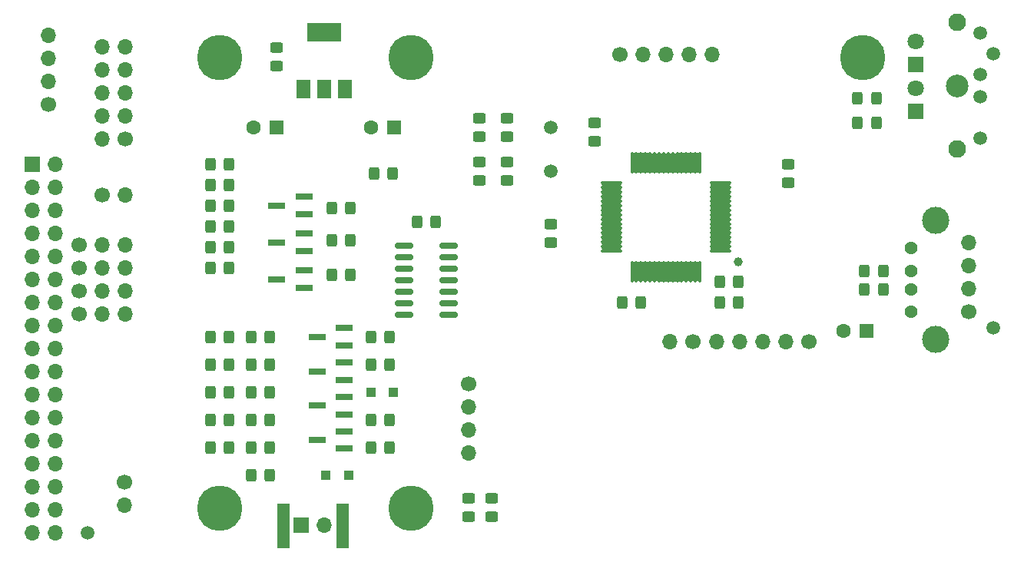
<source format=gbr>
G04 #@! TF.GenerationSoftware,KiCad,Pcbnew,(6.0.9)*
G04 #@! TF.CreationDate,2022-12-15T10:14:16-07:00*
G04 #@! TF.ProjectId,OpenFlops,4f70656e-466c-46f7-9073-2e6b69636164,1*
G04 #@! TF.SameCoordinates,PX6312cb0PY6bcb370*
G04 #@! TF.FileFunction,Soldermask,Top*
G04 #@! TF.FilePolarity,Negative*
%FSLAX46Y46*%
G04 Gerber Fmt 4.6, Leading zero omitted, Abs format (unit mm)*
G04 Created by KiCad (PCBNEW (6.0.9)) date 2022-12-15 10:14:16*
%MOMM*%
%LPD*%
G01*
G04 APERTURE LIST*
G04 Aperture macros list*
%AMRoundRect*
0 Rectangle with rounded corners*
0 $1 Rounding radius*
0 $2 $3 $4 $5 $6 $7 $8 $9 X,Y pos of 4 corners*
0 Add a 4 corners polygon primitive as box body*
4,1,4,$2,$3,$4,$5,$6,$7,$8,$9,$2,$3,0*
0 Add four circle primitives for the rounded corners*
1,1,$1+$1,$2,$3*
1,1,$1+$1,$4,$5*
1,1,$1+$1,$6,$7*
1,1,$1+$1,$8,$9*
0 Add four rect primitives between the rounded corners*
20,1,$1+$1,$2,$3,$4,$5,0*
20,1,$1+$1,$4,$5,$6,$7,0*
20,1,$1+$1,$6,$7,$8,$9,0*
20,1,$1+$1,$8,$9,$2,$3,0*%
G04 Aperture macros list end*
%ADD10C,1.700000*%
%ADD11O,1.700000X1.700000*%
%ADD12RoundRect,0.250000X0.450000X-0.325000X0.450000X0.325000X-0.450000X0.325000X-0.450000X-0.325000X0*%
%ADD13RoundRect,0.250000X-0.450000X0.325000X-0.450000X-0.325000X0.450000X-0.325000X0.450000X0.325000X0*%
%ADD14RoundRect,0.250000X0.325000X0.450000X-0.325000X0.450000X-0.325000X-0.450000X0.325000X-0.450000X0*%
%ADD15C,1.600000*%
%ADD16R,1.600000X1.600000*%
%ADD17C,1.800000*%
%ADD18R,1.800000X1.800000*%
%ADD19R,1.700000X1.700000*%
%ADD20RoundRect,0.250000X-0.325000X-0.450000X0.325000X-0.450000X0.325000X0.450000X-0.325000X0.450000X0*%
%ADD21RoundRect,0.150000X-0.825000X-0.150000X0.825000X-0.150000X0.825000X0.150000X-0.825000X0.150000X0*%
%ADD22R,1.500000X2.000000*%
%ADD23R,3.800000X2.000000*%
%ADD24C,1.500000*%
%ADD25C,3.000000*%
%ADD26C,1.428000*%
%ADD27C,1.508000*%
%ADD28C,1.950000*%
%ADD29C,2.500000*%
%ADD30C,5.000000*%
%ADD31R,1.400000X5.000000*%
%ADD32C,1.400000*%
%ADD33R,1.900000X0.800000*%
%ADD34R,1.000000X1.000000*%
%ADD35RoundRect,0.075000X-0.075000X-1.075000X0.075000X-1.075000X0.075000X1.075000X-0.075000X1.075000X0*%
%ADD36RoundRect,0.075000X-1.075000X-0.075000X1.075000X-0.075000X1.075000X0.075000X-1.075000X0.075000X0*%
%ADD37C,1.000000*%
G04 APERTURE END LIST*
D10*
X4114000Y5555000D03*
D11*
X4114000Y3015000D03*
D12*
X46228000Y45729000D03*
X46228000Y43679000D03*
D13*
X43180000Y38853000D03*
X43180000Y40903000D03*
X46228000Y38853000D03*
X46228000Y40903000D03*
D12*
X55880000Y45221000D03*
X55880000Y43171000D03*
X77216000Y40598000D03*
X77216000Y38548000D03*
D14*
X58954000Y25400000D03*
X61004000Y25400000D03*
D12*
X51054000Y34045000D03*
X51054000Y31995000D03*
D15*
X31282000Y44704000D03*
D16*
X33782000Y44704000D03*
D14*
X31574620Y39624000D03*
X33624620Y39624000D03*
D15*
X18328000Y44704000D03*
D16*
X20828000Y44704000D03*
D14*
X36313000Y34290000D03*
X38363000Y34290000D03*
D12*
X20828000Y53494000D03*
X20828000Y51444000D03*
D17*
X91313000Y54168000D03*
D18*
X91313000Y51628000D03*
D11*
X-3556000Y0D03*
X-6096000Y0D03*
X-3556000Y2540000D03*
X-6096000Y2540000D03*
X-3556000Y5080000D03*
X-6096000Y5080000D03*
X-3556000Y7620000D03*
X-6096000Y7620000D03*
X-3556000Y10160000D03*
X-6096000Y10160000D03*
X-3556000Y12700000D03*
X-6096000Y12700000D03*
X-3556000Y15240000D03*
X-6096000Y15240000D03*
X-3556000Y17780000D03*
X-6096000Y17780000D03*
X-3556000Y20320000D03*
X-6096000Y20320000D03*
X-3556000Y22860000D03*
X-6096000Y22860000D03*
X-3556000Y25400000D03*
X-6096000Y25400000D03*
X-3556000Y27940000D03*
X-6096000Y27940000D03*
X-3556000Y30480000D03*
X-6096000Y30480000D03*
X-3556000Y33020000D03*
X-6096000Y33020000D03*
X-3556000Y35560000D03*
X-6096000Y35560000D03*
X-3556000Y38100000D03*
X-6096000Y38100000D03*
X-3556000Y40640000D03*
D19*
X-6096000Y40640000D03*
D14*
X13580000Y38354000D03*
X15630000Y38354000D03*
X13580000Y36068000D03*
X15630000Y36068000D03*
X13580000Y33782000D03*
X15630000Y33782000D03*
X18025000Y21590000D03*
X20075000Y21590000D03*
X13580000Y21590000D03*
X15630000Y21590000D03*
X18025000Y18542000D03*
X20075000Y18542000D03*
X13580000Y18542000D03*
X15630000Y18542000D03*
X18025000Y15494000D03*
X20075000Y15494000D03*
X13580000Y15494000D03*
X15630000Y15494000D03*
X18025000Y12446000D03*
X20075000Y12446000D03*
X13580000Y12446000D03*
X15630000Y12446000D03*
X13580000Y9398000D03*
X15630000Y9398000D03*
X18025000Y9398000D03*
X20075000Y9398000D03*
X85652500Y28847000D03*
X87702500Y28847000D03*
X85652500Y26847000D03*
X87702500Y26847000D03*
D13*
X43180000Y43679000D03*
X43180000Y45729000D03*
D14*
X84890500Y47879000D03*
X86940500Y47879000D03*
D20*
X28965000Y35814000D03*
X26915000Y35814000D03*
X28965000Y32258000D03*
X26915000Y32258000D03*
X28965000Y28448000D03*
X26915000Y28448000D03*
X33283000Y12446000D03*
X31233000Y12446000D03*
X33283000Y18542000D03*
X31233000Y18542000D03*
X33283000Y21590000D03*
X31233000Y21590000D03*
D21*
X39813000Y31623000D03*
X39813000Y30353000D03*
X39813000Y29083000D03*
X39813000Y27813000D03*
X39813000Y26543000D03*
X39813000Y25273000D03*
X39813000Y24003000D03*
X34863000Y24003000D03*
X34863000Y25273000D03*
X34863000Y26543000D03*
X34863000Y27813000D03*
X34863000Y29083000D03*
X34863000Y30353000D03*
X34863000Y31623000D03*
D22*
X28422620Y48920000D03*
X26122620Y48920000D03*
D23*
X26122620Y55220000D03*
D22*
X23822620Y48920000D03*
D24*
X51054000Y39824000D03*
X51054000Y44704000D03*
D15*
X83352000Y22225000D03*
D16*
X85852000Y22225000D03*
D14*
X13580000Y40640000D03*
X15630000Y40640000D03*
D25*
X93451500Y21277000D03*
X93451500Y34417000D03*
D26*
X90741500Y31347000D03*
X90741500Y28847000D03*
X90741500Y26847000D03*
X90741500Y24347000D03*
D27*
X98385000Y55051000D03*
X98385000Y50501000D03*
D28*
X95885000Y56276000D03*
D29*
X95885000Y49276000D03*
D27*
X98385000Y48051000D03*
X98385000Y43501000D03*
D28*
X95885000Y42276000D03*
X95885000Y49276000D03*
D30*
X14605000Y52387500D03*
X35687000Y52387500D03*
X14605000Y2667000D03*
X35687000Y2667000D03*
X85471000Y52387500D03*
D17*
X91313000Y49022000D03*
D18*
X91313000Y46482000D03*
D14*
X13580000Y29210000D03*
X15630000Y29210000D03*
D20*
X15630000Y31496000D03*
X13580000Y31496000D03*
D12*
X42037000Y3819000D03*
X42037000Y1769000D03*
X44577000Y3810000D03*
X44577000Y1760000D03*
D20*
X33283000Y9398000D03*
X31233000Y9398000D03*
X20075000Y6350000D03*
X18025000Y6350000D03*
D14*
X84890500Y45212000D03*
X86940500Y45212000D03*
D31*
X28090000Y734000D03*
D32*
X28090000Y-1016000D03*
D31*
X21590000Y734000D03*
D32*
X21590000Y-1016000D03*
D33*
X25297000Y10198000D03*
X28297000Y11148000D03*
X28297000Y9248000D03*
D11*
X68834000Y52705000D03*
X66294000Y52705000D03*
X63754000Y52705000D03*
X61214000Y52705000D03*
D10*
X58674000Y52705000D03*
D11*
X42037000Y8763000D03*
X42037000Y11303000D03*
X42037000Y13843000D03*
D10*
X42037000Y16383000D03*
D20*
X71764000Y25400000D03*
X69714000Y25400000D03*
D33*
X20852000Y36068000D03*
X23852000Y37018000D03*
X23852000Y35118000D03*
X20852000Y32004000D03*
X23852000Y32954000D03*
X23852000Y31054000D03*
X20852000Y27940000D03*
X23852000Y28890000D03*
X23852000Y26990000D03*
X25297000Y13995334D03*
X28297000Y14945334D03*
X28297000Y13045334D03*
X25297000Y17792667D03*
X28297000Y18742667D03*
X28297000Y16842667D03*
X25297000Y21590000D03*
X28297000Y22540000D03*
X28297000Y20640000D03*
D34*
X31233000Y15494000D03*
X33733000Y15494000D03*
X28797000Y6350000D03*
X26297000Y6350000D03*
D11*
X97155000Y31967000D03*
X97155000Y29427000D03*
X97155000Y26887000D03*
D10*
X97155000Y24347000D03*
D11*
X4191000Y31750000D03*
X1651000Y31750000D03*
D10*
X-889000Y31750000D03*
D11*
X4191000Y29210000D03*
X1651000Y29210000D03*
D10*
X-889000Y29210000D03*
D11*
X4191000Y26670000D03*
X1651000Y26670000D03*
D10*
X-889000Y26670000D03*
D11*
X4191000Y24130000D03*
X1651000Y24130000D03*
D10*
X-889000Y24130000D03*
D11*
X-4318000Y54864000D03*
X-4318000Y52324000D03*
X-4318000Y49784000D03*
D10*
X-4318000Y47244000D03*
D11*
X1661000Y53594000D03*
X4201000Y53594000D03*
X1661000Y51054000D03*
X4201000Y51054000D03*
X1661000Y48514000D03*
X4201000Y48514000D03*
X1661000Y45974000D03*
X4201000Y45974000D03*
X1661000Y43434000D03*
D10*
X4201000Y43434000D03*
D11*
X4191000Y37211000D03*
D10*
X1651000Y37211000D03*
D11*
X26080000Y859000D03*
D19*
X23540000Y859000D03*
D35*
X60004000Y40798000D03*
X60504000Y40798000D03*
X61004000Y40798000D03*
X61504000Y40798000D03*
X62004000Y40798000D03*
X62504000Y40798000D03*
X63004000Y40798000D03*
X63504000Y40798000D03*
X64004000Y40798000D03*
X64504000Y40798000D03*
X65004000Y40798000D03*
X65504000Y40798000D03*
X66004000Y40798000D03*
X66504000Y40798000D03*
X67004000Y40798000D03*
X67504000Y40798000D03*
D36*
X69754000Y38548000D03*
X69754000Y38048000D03*
X69754000Y37548000D03*
X69754000Y37048000D03*
X69754000Y36548000D03*
X69754000Y36048000D03*
X69754000Y35548000D03*
X69754000Y35048000D03*
X69754000Y34548000D03*
X69754000Y34048000D03*
X69754000Y33548000D03*
X69754000Y33048000D03*
X69754000Y32548000D03*
X69754000Y32048000D03*
X69754000Y31548000D03*
X69754000Y31048000D03*
D35*
X67504000Y28798000D03*
X67004000Y28798000D03*
X66504000Y28798000D03*
X66004000Y28798000D03*
X65504000Y28798000D03*
X65004000Y28798000D03*
X64504000Y28798000D03*
X64004000Y28798000D03*
X63504000Y28798000D03*
X63004000Y28798000D03*
X62504000Y28798000D03*
X62004000Y28798000D03*
X61504000Y28798000D03*
X61004000Y28798000D03*
X60504000Y28798000D03*
X60004000Y28798000D03*
D36*
X57754000Y31048000D03*
X57754000Y31548000D03*
X57754000Y32048000D03*
X57754000Y32548000D03*
X57754000Y33048000D03*
X57754000Y33548000D03*
X57754000Y34048000D03*
X57754000Y34548000D03*
X57754000Y35048000D03*
X57754000Y35548000D03*
X57754000Y36048000D03*
X57754000Y36548000D03*
X57754000Y37048000D03*
X57754000Y37548000D03*
X57754000Y38048000D03*
X57754000Y38548000D03*
D20*
X71764000Y27686000D03*
X69714000Y27686000D03*
D37*
X71755000Y29845000D03*
D24*
X0Y0D03*
X99822000Y52832000D03*
X99822000Y22606000D03*
D10*
X79539000Y21030000D03*
D11*
X76999000Y21030000D03*
X74459000Y21030000D03*
X71919000Y21030000D03*
X69379000Y21030000D03*
X64224000Y21030000D03*
D10*
X66764000Y21030000D03*
G36*
X67360279Y29896431D02*
G01*
X67360447Y29895157D01*
X67356000Y29872801D01*
X67356000Y27723199D01*
X67360447Y27700843D01*
X67359804Y27698949D01*
X67357842Y27698559D01*
X67356822Y27699342D01*
X67356431Y27699927D01*
X67303055Y27744535D01*
X67234340Y27753167D01*
X67171710Y27723203D01*
X67151658Y27700060D01*
X67151178Y27699342D01*
X67149384Y27698457D01*
X67147721Y27699569D01*
X67147553Y27700843D01*
X67152000Y27723199D01*
X67152000Y29872801D01*
X67147553Y29895157D01*
X67148196Y29897051D01*
X67150158Y29897441D01*
X67151178Y29896658D01*
X67151569Y29896073D01*
X67204945Y29851465D01*
X67273660Y29842833D01*
X67336290Y29872797D01*
X67356342Y29895940D01*
X67356822Y29896658D01*
X67358616Y29897543D01*
X67360279Y29896431D01*
G37*
G36*
X65360279Y29896431D02*
G01*
X65360447Y29895157D01*
X65356000Y29872801D01*
X65356000Y27723199D01*
X65360447Y27700843D01*
X65359804Y27698949D01*
X65357842Y27698559D01*
X65356822Y27699342D01*
X65356431Y27699927D01*
X65303055Y27744535D01*
X65234340Y27753167D01*
X65171710Y27723203D01*
X65151658Y27700060D01*
X65151178Y27699342D01*
X65149384Y27698457D01*
X65147721Y27699569D01*
X65147553Y27700843D01*
X65152000Y27723199D01*
X65152000Y29872801D01*
X65147553Y29895157D01*
X65148196Y29897051D01*
X65150158Y29897441D01*
X65151178Y29896658D01*
X65151569Y29896073D01*
X65204945Y29851465D01*
X65273660Y29842833D01*
X65336290Y29872797D01*
X65356342Y29895940D01*
X65356822Y29896658D01*
X65358616Y29897543D01*
X65360279Y29896431D01*
G37*
G36*
X64860279Y29896431D02*
G01*
X64860447Y29895157D01*
X64856000Y29872801D01*
X64856000Y27723199D01*
X64860447Y27700843D01*
X64859804Y27698949D01*
X64857842Y27698559D01*
X64856822Y27699342D01*
X64856431Y27699927D01*
X64803055Y27744535D01*
X64734340Y27753167D01*
X64671710Y27723203D01*
X64651658Y27700060D01*
X64651178Y27699342D01*
X64649384Y27698457D01*
X64647721Y27699569D01*
X64647553Y27700843D01*
X64652000Y27723199D01*
X64652000Y29872801D01*
X64647553Y29895157D01*
X64648196Y29897051D01*
X64650158Y29897441D01*
X64651178Y29896658D01*
X64651569Y29896073D01*
X64704945Y29851465D01*
X64773660Y29842833D01*
X64836290Y29872797D01*
X64856342Y29895940D01*
X64856822Y29896658D01*
X64858616Y29897543D01*
X64860279Y29896431D01*
G37*
G36*
X62860279Y29896431D02*
G01*
X62860447Y29895157D01*
X62856000Y29872801D01*
X62856000Y27723199D01*
X62860447Y27700843D01*
X62859804Y27698949D01*
X62857842Y27698559D01*
X62856822Y27699342D01*
X62856431Y27699927D01*
X62803055Y27744535D01*
X62734340Y27753167D01*
X62671710Y27723203D01*
X62651658Y27700060D01*
X62651178Y27699342D01*
X62649384Y27698457D01*
X62647721Y27699569D01*
X62647553Y27700843D01*
X62652000Y27723199D01*
X62652000Y29872801D01*
X62647553Y29895157D01*
X62648196Y29897051D01*
X62650158Y29897441D01*
X62651178Y29896658D01*
X62651569Y29896073D01*
X62704945Y29851465D01*
X62773660Y29842833D01*
X62836290Y29872797D01*
X62856342Y29895940D01*
X62856822Y29896658D01*
X62858616Y29897543D01*
X62860279Y29896431D01*
G37*
G36*
X61860279Y29896431D02*
G01*
X61860447Y29895157D01*
X61856000Y29872801D01*
X61856000Y27723199D01*
X61860447Y27700843D01*
X61859804Y27698949D01*
X61857842Y27698559D01*
X61856822Y27699342D01*
X61856431Y27699927D01*
X61803055Y27744535D01*
X61734340Y27753167D01*
X61671710Y27723203D01*
X61651658Y27700060D01*
X61651178Y27699342D01*
X61649384Y27698457D01*
X61647721Y27699569D01*
X61647553Y27700843D01*
X61652000Y27723199D01*
X61652000Y29872801D01*
X61647553Y29895157D01*
X61648196Y29897051D01*
X61650158Y29897441D01*
X61651178Y29896658D01*
X61651569Y29896073D01*
X61704945Y29851465D01*
X61773660Y29842833D01*
X61836290Y29872797D01*
X61856342Y29895940D01*
X61856822Y29896658D01*
X61858616Y29897543D01*
X61860279Y29896431D01*
G37*
G36*
X64360279Y29896431D02*
G01*
X64360447Y29895157D01*
X64356000Y29872801D01*
X64356000Y27723199D01*
X64360447Y27700843D01*
X64359804Y27698949D01*
X64357842Y27698559D01*
X64356822Y27699342D01*
X64356431Y27699927D01*
X64303055Y27744535D01*
X64234340Y27753167D01*
X64171710Y27723203D01*
X64151658Y27700060D01*
X64151178Y27699342D01*
X64149384Y27698457D01*
X64147721Y27699569D01*
X64147553Y27700843D01*
X64152000Y27723199D01*
X64152000Y29872801D01*
X64147553Y29895157D01*
X64148196Y29897051D01*
X64150158Y29897441D01*
X64151178Y29896658D01*
X64151569Y29896073D01*
X64204945Y29851465D01*
X64273660Y29842833D01*
X64336290Y29872797D01*
X64356342Y29895940D01*
X64356822Y29896658D01*
X64358616Y29897543D01*
X64360279Y29896431D01*
G37*
G36*
X66360279Y29896431D02*
G01*
X66360447Y29895157D01*
X66356000Y29872801D01*
X66356000Y27723199D01*
X66360447Y27700843D01*
X66359804Y27698949D01*
X66357842Y27698559D01*
X66356822Y27699342D01*
X66356431Y27699927D01*
X66303055Y27744535D01*
X66234340Y27753167D01*
X66171710Y27723203D01*
X66151658Y27700060D01*
X66151178Y27699342D01*
X66149384Y27698457D01*
X66147721Y27699569D01*
X66147553Y27700843D01*
X66152000Y27723199D01*
X66152000Y29872801D01*
X66147553Y29895157D01*
X66148196Y29897051D01*
X66150158Y29897441D01*
X66151178Y29896658D01*
X66151569Y29896073D01*
X66204945Y29851465D01*
X66273660Y29842833D01*
X66336290Y29872797D01*
X66356342Y29895940D01*
X66356822Y29896658D01*
X66358616Y29897543D01*
X66360279Y29896431D01*
G37*
G36*
X62360279Y29896431D02*
G01*
X62360447Y29895157D01*
X62356000Y29872801D01*
X62356000Y27723199D01*
X62360447Y27700843D01*
X62359804Y27698949D01*
X62357842Y27698559D01*
X62356822Y27699342D01*
X62356431Y27699927D01*
X62303055Y27744535D01*
X62234340Y27753167D01*
X62171710Y27723203D01*
X62151658Y27700060D01*
X62151178Y27699342D01*
X62149384Y27698457D01*
X62147721Y27699569D01*
X62147553Y27700843D01*
X62152000Y27723199D01*
X62152000Y29872801D01*
X62147553Y29895157D01*
X62148196Y29897051D01*
X62150158Y29897441D01*
X62151178Y29896658D01*
X62151569Y29896073D01*
X62204945Y29851465D01*
X62273660Y29842833D01*
X62336290Y29872797D01*
X62356342Y29895940D01*
X62356822Y29896658D01*
X62358616Y29897543D01*
X62360279Y29896431D01*
G37*
G36*
X63860279Y29896431D02*
G01*
X63860447Y29895157D01*
X63856000Y29872801D01*
X63856000Y27723199D01*
X63860447Y27700843D01*
X63859804Y27698949D01*
X63857842Y27698559D01*
X63856822Y27699342D01*
X63856431Y27699927D01*
X63803055Y27744535D01*
X63734340Y27753167D01*
X63671710Y27723203D01*
X63651658Y27700060D01*
X63651178Y27699342D01*
X63649384Y27698457D01*
X63647721Y27699569D01*
X63647553Y27700843D01*
X63652000Y27723199D01*
X63652000Y29872801D01*
X63647553Y29895157D01*
X63648196Y29897051D01*
X63650158Y29897441D01*
X63651178Y29896658D01*
X63651569Y29896073D01*
X63704945Y29851465D01*
X63773660Y29842833D01*
X63836290Y29872797D01*
X63856342Y29895940D01*
X63856822Y29896658D01*
X63858616Y29897543D01*
X63860279Y29896431D01*
G37*
G36*
X60360279Y29896431D02*
G01*
X60360447Y29895157D01*
X60356000Y29872801D01*
X60356000Y27723199D01*
X60360447Y27700843D01*
X60359804Y27698949D01*
X60357842Y27698559D01*
X60356822Y27699342D01*
X60356431Y27699927D01*
X60303055Y27744535D01*
X60234340Y27753167D01*
X60171710Y27723203D01*
X60151658Y27700060D01*
X60151178Y27699342D01*
X60149384Y27698457D01*
X60147721Y27699569D01*
X60147553Y27700843D01*
X60152000Y27723199D01*
X60152000Y29872801D01*
X60147553Y29895157D01*
X60148196Y29897051D01*
X60150158Y29897441D01*
X60151178Y29896658D01*
X60151569Y29896073D01*
X60204945Y29851465D01*
X60273660Y29842833D01*
X60336290Y29872797D01*
X60356342Y29895940D01*
X60356822Y29896658D01*
X60358616Y29897543D01*
X60360279Y29896431D01*
G37*
G36*
X65860279Y29896431D02*
G01*
X65860447Y29895157D01*
X65856000Y29872801D01*
X65856000Y27723199D01*
X65860447Y27700843D01*
X65859804Y27698949D01*
X65857842Y27698559D01*
X65856822Y27699342D01*
X65856431Y27699927D01*
X65803055Y27744535D01*
X65734340Y27753167D01*
X65671710Y27723203D01*
X65651658Y27700060D01*
X65651178Y27699342D01*
X65649384Y27698457D01*
X65647721Y27699569D01*
X65647553Y27700843D01*
X65652000Y27723199D01*
X65652000Y29872801D01*
X65647553Y29895157D01*
X65648196Y29897051D01*
X65650158Y29897441D01*
X65651178Y29896658D01*
X65651569Y29896073D01*
X65704945Y29851465D01*
X65773660Y29842833D01*
X65836290Y29872797D01*
X65856342Y29895940D01*
X65856822Y29896658D01*
X65858616Y29897543D01*
X65860279Y29896431D01*
G37*
G36*
X63360279Y29896431D02*
G01*
X63360447Y29895157D01*
X63356000Y29872801D01*
X63356000Y27723199D01*
X63360447Y27700843D01*
X63359804Y27698949D01*
X63357842Y27698559D01*
X63356822Y27699342D01*
X63356431Y27699927D01*
X63303055Y27744535D01*
X63234340Y27753167D01*
X63171710Y27723203D01*
X63151658Y27700060D01*
X63151178Y27699342D01*
X63149384Y27698457D01*
X63147721Y27699569D01*
X63147553Y27700843D01*
X63152000Y27723199D01*
X63152000Y29872801D01*
X63147553Y29895157D01*
X63148196Y29897051D01*
X63150158Y29897441D01*
X63151178Y29896658D01*
X63151569Y29896073D01*
X63204945Y29851465D01*
X63273660Y29842833D01*
X63336290Y29872797D01*
X63356342Y29895940D01*
X63356822Y29896658D01*
X63358616Y29897543D01*
X63360279Y29896431D01*
G37*
G36*
X66860279Y29896431D02*
G01*
X66860447Y29895157D01*
X66856000Y29872801D01*
X66856000Y27723199D01*
X66860447Y27700843D01*
X66859804Y27698949D01*
X66857842Y27698559D01*
X66856822Y27699342D01*
X66856431Y27699927D01*
X66803055Y27744535D01*
X66734340Y27753167D01*
X66671710Y27723203D01*
X66651658Y27700060D01*
X66651178Y27699342D01*
X66649384Y27698457D01*
X66647721Y27699569D01*
X66647553Y27700843D01*
X66652000Y27723199D01*
X66652000Y29872801D01*
X66647553Y29895157D01*
X66648196Y29897051D01*
X66650158Y29897441D01*
X66651178Y29896658D01*
X66651569Y29896073D01*
X66704945Y29851465D01*
X66773660Y29842833D01*
X66836290Y29872797D01*
X66856342Y29895940D01*
X66856822Y29896658D01*
X66858616Y29897543D01*
X66860279Y29896431D01*
G37*
G36*
X60860279Y29896431D02*
G01*
X60860447Y29895157D01*
X60856000Y29872801D01*
X60856000Y27723199D01*
X60860447Y27700843D01*
X60859804Y27698949D01*
X60857842Y27698559D01*
X60856822Y27699342D01*
X60856431Y27699927D01*
X60803055Y27744535D01*
X60734340Y27753167D01*
X60671710Y27723203D01*
X60651658Y27700060D01*
X60651178Y27699342D01*
X60649384Y27698457D01*
X60647721Y27699569D01*
X60647553Y27700843D01*
X60652000Y27723199D01*
X60652000Y29872801D01*
X60647553Y29895157D01*
X60648196Y29897051D01*
X60650158Y29897441D01*
X60651178Y29896658D01*
X60651569Y29896073D01*
X60704945Y29851465D01*
X60773660Y29842833D01*
X60836290Y29872797D01*
X60856342Y29895940D01*
X60856822Y29896658D01*
X60858616Y29897543D01*
X60860279Y29896431D01*
G37*
G36*
X61360279Y29896431D02*
G01*
X61360447Y29895157D01*
X61356000Y29872801D01*
X61356000Y27723199D01*
X61360447Y27700843D01*
X61359804Y27698949D01*
X61357842Y27698559D01*
X61356822Y27699342D01*
X61356431Y27699927D01*
X61303055Y27744535D01*
X61234340Y27753167D01*
X61171710Y27723203D01*
X61151658Y27700060D01*
X61151178Y27699342D01*
X61149384Y27698457D01*
X61147721Y27699569D01*
X61147553Y27700843D01*
X61152000Y27723199D01*
X61152000Y29872801D01*
X61147553Y29895157D01*
X61148196Y29897051D01*
X61150158Y29897441D01*
X61151178Y29896658D01*
X61151569Y29896073D01*
X61204945Y29851465D01*
X61273660Y29842833D01*
X61336290Y29872797D01*
X61356342Y29895940D01*
X61356822Y29896658D01*
X61358616Y29897543D01*
X61360279Y29896431D01*
G37*
G36*
X58853051Y31403804D02*
G01*
X58853441Y31401842D01*
X58852658Y31400822D01*
X58852073Y31400431D01*
X58807465Y31347055D01*
X58798833Y31278340D01*
X58828797Y31215710D01*
X58851940Y31195658D01*
X58852658Y31195178D01*
X58853543Y31193384D01*
X58852431Y31191721D01*
X58851157Y31191553D01*
X58828801Y31196000D01*
X56679199Y31196000D01*
X56656843Y31191553D01*
X56654949Y31192196D01*
X56654559Y31194158D01*
X56655342Y31195178D01*
X56655927Y31195569D01*
X56700535Y31248945D01*
X56709167Y31317660D01*
X56679203Y31380290D01*
X56656060Y31400342D01*
X56655342Y31400822D01*
X56654457Y31402616D01*
X56655569Y31404279D01*
X56656843Y31404447D01*
X56679199Y31400000D01*
X58828801Y31400000D01*
X58851157Y31404447D01*
X58853051Y31403804D01*
G37*
G36*
X70853051Y31403804D02*
G01*
X70853441Y31401842D01*
X70852658Y31400822D01*
X70852073Y31400431D01*
X70807465Y31347055D01*
X70798833Y31278340D01*
X70828797Y31215710D01*
X70851940Y31195658D01*
X70852658Y31195178D01*
X70853543Y31193384D01*
X70852431Y31191721D01*
X70851157Y31191553D01*
X70828801Y31196000D01*
X68679199Y31196000D01*
X68656843Y31191553D01*
X68654949Y31192196D01*
X68654559Y31194158D01*
X68655342Y31195178D01*
X68655927Y31195569D01*
X68700535Y31248945D01*
X68709167Y31317660D01*
X68679203Y31380290D01*
X68656060Y31400342D01*
X68655342Y31400822D01*
X68654457Y31402616D01*
X68655569Y31404279D01*
X68656843Y31404447D01*
X68679199Y31400000D01*
X70828801Y31400000D01*
X70851157Y31404447D01*
X70853051Y31403804D01*
G37*
G36*
X70853051Y31903804D02*
G01*
X70853441Y31901842D01*
X70852658Y31900822D01*
X70852073Y31900431D01*
X70807465Y31847055D01*
X70798833Y31778340D01*
X70828797Y31715710D01*
X70851940Y31695658D01*
X70852658Y31695178D01*
X70853543Y31693384D01*
X70852431Y31691721D01*
X70851157Y31691553D01*
X70828801Y31696000D01*
X68679199Y31696000D01*
X68656843Y31691553D01*
X68654949Y31692196D01*
X68654559Y31694158D01*
X68655342Y31695178D01*
X68655927Y31695569D01*
X68700535Y31748945D01*
X68709167Y31817660D01*
X68679203Y31880290D01*
X68656060Y31900342D01*
X68655342Y31900822D01*
X68654457Y31902616D01*
X68655569Y31904279D01*
X68656843Y31904447D01*
X68679199Y31900000D01*
X70828801Y31900000D01*
X70851157Y31904447D01*
X70853051Y31903804D01*
G37*
G36*
X58853051Y31903804D02*
G01*
X58853441Y31901842D01*
X58852658Y31900822D01*
X58852073Y31900431D01*
X58807465Y31847055D01*
X58798833Y31778340D01*
X58828797Y31715710D01*
X58851940Y31695658D01*
X58852658Y31695178D01*
X58853543Y31693384D01*
X58852431Y31691721D01*
X58851157Y31691553D01*
X58828801Y31696000D01*
X56679199Y31696000D01*
X56656843Y31691553D01*
X56654949Y31692196D01*
X56654559Y31694158D01*
X56655342Y31695178D01*
X56655927Y31695569D01*
X56700535Y31748945D01*
X56709167Y31817660D01*
X56679203Y31880290D01*
X56656060Y31900342D01*
X56655342Y31900822D01*
X56654457Y31902616D01*
X56655569Y31904279D01*
X56656843Y31904447D01*
X56679199Y31900000D01*
X58828801Y31900000D01*
X58851157Y31904447D01*
X58853051Y31903804D01*
G37*
G36*
X58853051Y32403804D02*
G01*
X58853441Y32401842D01*
X58852658Y32400822D01*
X58852073Y32400431D01*
X58807465Y32347055D01*
X58798833Y32278340D01*
X58828797Y32215710D01*
X58851940Y32195658D01*
X58852658Y32195178D01*
X58853543Y32193384D01*
X58852431Y32191721D01*
X58851157Y32191553D01*
X58828801Y32196000D01*
X56679199Y32196000D01*
X56656843Y32191553D01*
X56654949Y32192196D01*
X56654559Y32194158D01*
X56655342Y32195178D01*
X56655927Y32195569D01*
X56700535Y32248945D01*
X56709167Y32317660D01*
X56679203Y32380290D01*
X56656060Y32400342D01*
X56655342Y32400822D01*
X56654457Y32402616D01*
X56655569Y32404279D01*
X56656843Y32404447D01*
X56679199Y32400000D01*
X58828801Y32400000D01*
X58851157Y32404447D01*
X58853051Y32403804D01*
G37*
G36*
X70853051Y32403804D02*
G01*
X70853441Y32401842D01*
X70852658Y32400822D01*
X70852073Y32400431D01*
X70807465Y32347055D01*
X70798833Y32278340D01*
X70828797Y32215710D01*
X70851940Y32195658D01*
X70852658Y32195178D01*
X70853543Y32193384D01*
X70852431Y32191721D01*
X70851157Y32191553D01*
X70828801Y32196000D01*
X68679199Y32196000D01*
X68656843Y32191553D01*
X68654949Y32192196D01*
X68654559Y32194158D01*
X68655342Y32195178D01*
X68655927Y32195569D01*
X68700535Y32248945D01*
X68709167Y32317660D01*
X68679203Y32380290D01*
X68656060Y32400342D01*
X68655342Y32400822D01*
X68654457Y32402616D01*
X68655569Y32404279D01*
X68656843Y32404447D01*
X68679199Y32400000D01*
X70828801Y32400000D01*
X70851157Y32404447D01*
X70853051Y32403804D01*
G37*
G36*
X58853051Y32903804D02*
G01*
X58853441Y32901842D01*
X58852658Y32900822D01*
X58852073Y32900431D01*
X58807465Y32847055D01*
X58798833Y32778340D01*
X58828797Y32715710D01*
X58851940Y32695658D01*
X58852658Y32695178D01*
X58853543Y32693384D01*
X58852431Y32691721D01*
X58851157Y32691553D01*
X58828801Y32696000D01*
X56679199Y32696000D01*
X56656843Y32691553D01*
X56654949Y32692196D01*
X56654559Y32694158D01*
X56655342Y32695178D01*
X56655927Y32695569D01*
X56700535Y32748945D01*
X56709167Y32817660D01*
X56679203Y32880290D01*
X56656060Y32900342D01*
X56655342Y32900822D01*
X56654457Y32902616D01*
X56655569Y32904279D01*
X56656843Y32904447D01*
X56679199Y32900000D01*
X58828801Y32900000D01*
X58851157Y32904447D01*
X58853051Y32903804D01*
G37*
G36*
X70853051Y32903804D02*
G01*
X70853441Y32901842D01*
X70852658Y32900822D01*
X70852073Y32900431D01*
X70807465Y32847055D01*
X70798833Y32778340D01*
X70828797Y32715710D01*
X70851940Y32695658D01*
X70852658Y32695178D01*
X70853543Y32693384D01*
X70852431Y32691721D01*
X70851157Y32691553D01*
X70828801Y32696000D01*
X68679199Y32696000D01*
X68656843Y32691553D01*
X68654949Y32692196D01*
X68654559Y32694158D01*
X68655342Y32695178D01*
X68655927Y32695569D01*
X68700535Y32748945D01*
X68709167Y32817660D01*
X68679203Y32880290D01*
X68656060Y32900342D01*
X68655342Y32900822D01*
X68654457Y32902616D01*
X68655569Y32904279D01*
X68656843Y32904447D01*
X68679199Y32900000D01*
X70828801Y32900000D01*
X70851157Y32904447D01*
X70853051Y32903804D01*
G37*
G36*
X70853051Y33403804D02*
G01*
X70853441Y33401842D01*
X70852658Y33400822D01*
X70852073Y33400431D01*
X70807465Y33347055D01*
X70798833Y33278340D01*
X70828797Y33215710D01*
X70851940Y33195658D01*
X70852658Y33195178D01*
X70853543Y33193384D01*
X70852431Y33191721D01*
X70851157Y33191553D01*
X70828801Y33196000D01*
X68679199Y33196000D01*
X68656843Y33191553D01*
X68654949Y33192196D01*
X68654559Y33194158D01*
X68655342Y33195178D01*
X68655927Y33195569D01*
X68700535Y33248945D01*
X68709167Y33317660D01*
X68679203Y33380290D01*
X68656060Y33400342D01*
X68655342Y33400822D01*
X68654457Y33402616D01*
X68655569Y33404279D01*
X68656843Y33404447D01*
X68679199Y33400000D01*
X70828801Y33400000D01*
X70851157Y33404447D01*
X70853051Y33403804D01*
G37*
G36*
X58853051Y33403804D02*
G01*
X58853441Y33401842D01*
X58852658Y33400822D01*
X58852073Y33400431D01*
X58807465Y33347055D01*
X58798833Y33278340D01*
X58828797Y33215710D01*
X58851940Y33195658D01*
X58852658Y33195178D01*
X58853543Y33193384D01*
X58852431Y33191721D01*
X58851157Y33191553D01*
X58828801Y33196000D01*
X56679199Y33196000D01*
X56656843Y33191553D01*
X56654949Y33192196D01*
X56654559Y33194158D01*
X56655342Y33195178D01*
X56655927Y33195569D01*
X56700535Y33248945D01*
X56709167Y33317660D01*
X56679203Y33380290D01*
X56656060Y33400342D01*
X56655342Y33400822D01*
X56654457Y33402616D01*
X56655569Y33404279D01*
X56656843Y33404447D01*
X56679199Y33400000D01*
X58828801Y33400000D01*
X58851157Y33404447D01*
X58853051Y33403804D01*
G37*
G36*
X58853051Y33903804D02*
G01*
X58853441Y33901842D01*
X58852658Y33900822D01*
X58852073Y33900431D01*
X58807465Y33847055D01*
X58798833Y33778340D01*
X58828797Y33715710D01*
X58851940Y33695658D01*
X58852658Y33695178D01*
X58853543Y33693384D01*
X58852431Y33691721D01*
X58851157Y33691553D01*
X58828801Y33696000D01*
X56679199Y33696000D01*
X56656843Y33691553D01*
X56654949Y33692196D01*
X56654559Y33694158D01*
X56655342Y33695178D01*
X56655927Y33695569D01*
X56700535Y33748945D01*
X56709167Y33817660D01*
X56679203Y33880290D01*
X56656060Y33900342D01*
X56655342Y33900822D01*
X56654457Y33902616D01*
X56655569Y33904279D01*
X56656843Y33904447D01*
X56679199Y33900000D01*
X58828801Y33900000D01*
X58851157Y33904447D01*
X58853051Y33903804D01*
G37*
G36*
X70853051Y33903804D02*
G01*
X70853441Y33901842D01*
X70852658Y33900822D01*
X70852073Y33900431D01*
X70807465Y33847055D01*
X70798833Y33778340D01*
X70828797Y33715710D01*
X70851940Y33695658D01*
X70852658Y33695178D01*
X70853543Y33693384D01*
X70852431Y33691721D01*
X70851157Y33691553D01*
X70828801Y33696000D01*
X68679199Y33696000D01*
X68656843Y33691553D01*
X68654949Y33692196D01*
X68654559Y33694158D01*
X68655342Y33695178D01*
X68655927Y33695569D01*
X68700535Y33748945D01*
X68709167Y33817660D01*
X68679203Y33880290D01*
X68656060Y33900342D01*
X68655342Y33900822D01*
X68654457Y33902616D01*
X68655569Y33904279D01*
X68656843Y33904447D01*
X68679199Y33900000D01*
X70828801Y33900000D01*
X70851157Y33904447D01*
X70853051Y33903804D01*
G37*
G36*
X70853051Y34403804D02*
G01*
X70853441Y34401842D01*
X70852658Y34400822D01*
X70852073Y34400431D01*
X70807465Y34347055D01*
X70798833Y34278340D01*
X70828797Y34215710D01*
X70851940Y34195658D01*
X70852658Y34195178D01*
X70853543Y34193384D01*
X70852431Y34191721D01*
X70851157Y34191553D01*
X70828801Y34196000D01*
X68679199Y34196000D01*
X68656843Y34191553D01*
X68654949Y34192196D01*
X68654559Y34194158D01*
X68655342Y34195178D01*
X68655927Y34195569D01*
X68700535Y34248945D01*
X68709167Y34317660D01*
X68679203Y34380290D01*
X68656060Y34400342D01*
X68655342Y34400822D01*
X68654457Y34402616D01*
X68655569Y34404279D01*
X68656843Y34404447D01*
X68679199Y34400000D01*
X70828801Y34400000D01*
X70851157Y34404447D01*
X70853051Y34403804D01*
G37*
G36*
X58853051Y34403804D02*
G01*
X58853441Y34401842D01*
X58852658Y34400822D01*
X58852073Y34400431D01*
X58807465Y34347055D01*
X58798833Y34278340D01*
X58828797Y34215710D01*
X58851940Y34195658D01*
X58852658Y34195178D01*
X58853543Y34193384D01*
X58852431Y34191721D01*
X58851157Y34191553D01*
X58828801Y34196000D01*
X56679199Y34196000D01*
X56656843Y34191553D01*
X56654949Y34192196D01*
X56654559Y34194158D01*
X56655342Y34195178D01*
X56655927Y34195569D01*
X56700535Y34248945D01*
X56709167Y34317660D01*
X56679203Y34380290D01*
X56656060Y34400342D01*
X56655342Y34400822D01*
X56654457Y34402616D01*
X56655569Y34404279D01*
X56656843Y34404447D01*
X56679199Y34400000D01*
X58828801Y34400000D01*
X58851157Y34404447D01*
X58853051Y34403804D01*
G37*
G36*
X70853051Y34903804D02*
G01*
X70853441Y34901842D01*
X70852658Y34900822D01*
X70852073Y34900431D01*
X70807465Y34847055D01*
X70798833Y34778340D01*
X70828797Y34715710D01*
X70851940Y34695658D01*
X70852658Y34695178D01*
X70853543Y34693384D01*
X70852431Y34691721D01*
X70851157Y34691553D01*
X70828801Y34696000D01*
X68679199Y34696000D01*
X68656843Y34691553D01*
X68654949Y34692196D01*
X68654559Y34694158D01*
X68655342Y34695178D01*
X68655927Y34695569D01*
X68700535Y34748945D01*
X68709167Y34817660D01*
X68679203Y34880290D01*
X68656060Y34900342D01*
X68655342Y34900822D01*
X68654457Y34902616D01*
X68655569Y34904279D01*
X68656843Y34904447D01*
X68679199Y34900000D01*
X70828801Y34900000D01*
X70851157Y34904447D01*
X70853051Y34903804D01*
G37*
G36*
X58853051Y34903804D02*
G01*
X58853441Y34901842D01*
X58852658Y34900822D01*
X58852073Y34900431D01*
X58807465Y34847055D01*
X58798833Y34778340D01*
X58828797Y34715710D01*
X58851940Y34695658D01*
X58852658Y34695178D01*
X58853543Y34693384D01*
X58852431Y34691721D01*
X58851157Y34691553D01*
X58828801Y34696000D01*
X56679199Y34696000D01*
X56656843Y34691553D01*
X56654949Y34692196D01*
X56654559Y34694158D01*
X56655342Y34695178D01*
X56655927Y34695569D01*
X56700535Y34748945D01*
X56709167Y34817660D01*
X56679203Y34880290D01*
X56656060Y34900342D01*
X56655342Y34900822D01*
X56654457Y34902616D01*
X56655569Y34904279D01*
X56656843Y34904447D01*
X56679199Y34900000D01*
X58828801Y34900000D01*
X58851157Y34904447D01*
X58853051Y34903804D01*
G37*
G36*
X58853051Y35403804D02*
G01*
X58853441Y35401842D01*
X58852658Y35400822D01*
X58852073Y35400431D01*
X58807465Y35347055D01*
X58798833Y35278340D01*
X58828797Y35215710D01*
X58851940Y35195658D01*
X58852658Y35195178D01*
X58853543Y35193384D01*
X58852431Y35191721D01*
X58851157Y35191553D01*
X58828801Y35196000D01*
X56679199Y35196000D01*
X56656843Y35191553D01*
X56654949Y35192196D01*
X56654559Y35194158D01*
X56655342Y35195178D01*
X56655927Y35195569D01*
X56700535Y35248945D01*
X56709167Y35317660D01*
X56679203Y35380290D01*
X56656060Y35400342D01*
X56655342Y35400822D01*
X56654457Y35402616D01*
X56655569Y35404279D01*
X56656843Y35404447D01*
X56679199Y35400000D01*
X58828801Y35400000D01*
X58851157Y35404447D01*
X58853051Y35403804D01*
G37*
G36*
X70853051Y35403804D02*
G01*
X70853441Y35401842D01*
X70852658Y35400822D01*
X70852073Y35400431D01*
X70807465Y35347055D01*
X70798833Y35278340D01*
X70828797Y35215710D01*
X70851940Y35195658D01*
X70852658Y35195178D01*
X70853543Y35193384D01*
X70852431Y35191721D01*
X70851157Y35191553D01*
X70828801Y35196000D01*
X68679199Y35196000D01*
X68656843Y35191553D01*
X68654949Y35192196D01*
X68654559Y35194158D01*
X68655342Y35195178D01*
X68655927Y35195569D01*
X68700535Y35248945D01*
X68709167Y35317660D01*
X68679203Y35380290D01*
X68656060Y35400342D01*
X68655342Y35400822D01*
X68654457Y35402616D01*
X68655569Y35404279D01*
X68656843Y35404447D01*
X68679199Y35400000D01*
X70828801Y35400000D01*
X70851157Y35404447D01*
X70853051Y35403804D01*
G37*
G36*
X58853051Y35903804D02*
G01*
X58853441Y35901842D01*
X58852658Y35900822D01*
X58852073Y35900431D01*
X58807465Y35847055D01*
X58798833Y35778340D01*
X58828797Y35715710D01*
X58851940Y35695658D01*
X58852658Y35695178D01*
X58853543Y35693384D01*
X58852431Y35691721D01*
X58851157Y35691553D01*
X58828801Y35696000D01*
X56679199Y35696000D01*
X56656843Y35691553D01*
X56654949Y35692196D01*
X56654559Y35694158D01*
X56655342Y35695178D01*
X56655927Y35695569D01*
X56700535Y35748945D01*
X56709167Y35817660D01*
X56679203Y35880290D01*
X56656060Y35900342D01*
X56655342Y35900822D01*
X56654457Y35902616D01*
X56655569Y35904279D01*
X56656843Y35904447D01*
X56679199Y35900000D01*
X58828801Y35900000D01*
X58851157Y35904447D01*
X58853051Y35903804D01*
G37*
G36*
X70853051Y35903804D02*
G01*
X70853441Y35901842D01*
X70852658Y35900822D01*
X70852073Y35900431D01*
X70807465Y35847055D01*
X70798833Y35778340D01*
X70828797Y35715710D01*
X70851940Y35695658D01*
X70852658Y35695178D01*
X70853543Y35693384D01*
X70852431Y35691721D01*
X70851157Y35691553D01*
X70828801Y35696000D01*
X68679199Y35696000D01*
X68656843Y35691553D01*
X68654949Y35692196D01*
X68654559Y35694158D01*
X68655342Y35695178D01*
X68655927Y35695569D01*
X68700535Y35748945D01*
X68709167Y35817660D01*
X68679203Y35880290D01*
X68656060Y35900342D01*
X68655342Y35900822D01*
X68654457Y35902616D01*
X68655569Y35904279D01*
X68656843Y35904447D01*
X68679199Y35900000D01*
X70828801Y35900000D01*
X70851157Y35904447D01*
X70853051Y35903804D01*
G37*
G36*
X58853051Y36403804D02*
G01*
X58853441Y36401842D01*
X58852658Y36400822D01*
X58852073Y36400431D01*
X58807465Y36347055D01*
X58798833Y36278340D01*
X58828797Y36215710D01*
X58851940Y36195658D01*
X58852658Y36195178D01*
X58853543Y36193384D01*
X58852431Y36191721D01*
X58851157Y36191553D01*
X58828801Y36196000D01*
X56679199Y36196000D01*
X56656843Y36191553D01*
X56654949Y36192196D01*
X56654559Y36194158D01*
X56655342Y36195178D01*
X56655927Y36195569D01*
X56700535Y36248945D01*
X56709167Y36317660D01*
X56679203Y36380290D01*
X56656060Y36400342D01*
X56655342Y36400822D01*
X56654457Y36402616D01*
X56655569Y36404279D01*
X56656843Y36404447D01*
X56679199Y36400000D01*
X58828801Y36400000D01*
X58851157Y36404447D01*
X58853051Y36403804D01*
G37*
G36*
X70853051Y36403804D02*
G01*
X70853441Y36401842D01*
X70852658Y36400822D01*
X70852073Y36400431D01*
X70807465Y36347055D01*
X70798833Y36278340D01*
X70828797Y36215710D01*
X70851940Y36195658D01*
X70852658Y36195178D01*
X70853543Y36193384D01*
X70852431Y36191721D01*
X70851157Y36191553D01*
X70828801Y36196000D01*
X68679199Y36196000D01*
X68656843Y36191553D01*
X68654949Y36192196D01*
X68654559Y36194158D01*
X68655342Y36195178D01*
X68655927Y36195569D01*
X68700535Y36248945D01*
X68709167Y36317660D01*
X68679203Y36380290D01*
X68656060Y36400342D01*
X68655342Y36400822D01*
X68654457Y36402616D01*
X68655569Y36404279D01*
X68656843Y36404447D01*
X68679199Y36400000D01*
X70828801Y36400000D01*
X70851157Y36404447D01*
X70853051Y36403804D01*
G37*
G36*
X58853051Y36903804D02*
G01*
X58853441Y36901842D01*
X58852658Y36900822D01*
X58852073Y36900431D01*
X58807465Y36847055D01*
X58798833Y36778340D01*
X58828797Y36715710D01*
X58851940Y36695658D01*
X58852658Y36695178D01*
X58853543Y36693384D01*
X58852431Y36691721D01*
X58851157Y36691553D01*
X58828801Y36696000D01*
X56679199Y36696000D01*
X56656843Y36691553D01*
X56654949Y36692196D01*
X56654559Y36694158D01*
X56655342Y36695178D01*
X56655927Y36695569D01*
X56700535Y36748945D01*
X56709167Y36817660D01*
X56679203Y36880290D01*
X56656060Y36900342D01*
X56655342Y36900822D01*
X56654457Y36902616D01*
X56655569Y36904279D01*
X56656843Y36904447D01*
X56679199Y36900000D01*
X58828801Y36900000D01*
X58851157Y36904447D01*
X58853051Y36903804D01*
G37*
G36*
X70853051Y36903804D02*
G01*
X70853441Y36901842D01*
X70852658Y36900822D01*
X70852073Y36900431D01*
X70807465Y36847055D01*
X70798833Y36778340D01*
X70828797Y36715710D01*
X70851940Y36695658D01*
X70852658Y36695178D01*
X70853543Y36693384D01*
X70852431Y36691721D01*
X70851157Y36691553D01*
X70828801Y36696000D01*
X68679199Y36696000D01*
X68656843Y36691553D01*
X68654949Y36692196D01*
X68654559Y36694158D01*
X68655342Y36695178D01*
X68655927Y36695569D01*
X68700535Y36748945D01*
X68709167Y36817660D01*
X68679203Y36880290D01*
X68656060Y36900342D01*
X68655342Y36900822D01*
X68654457Y36902616D01*
X68655569Y36904279D01*
X68656843Y36904447D01*
X68679199Y36900000D01*
X70828801Y36900000D01*
X70851157Y36904447D01*
X70853051Y36903804D01*
G37*
G36*
X58853051Y37403804D02*
G01*
X58853441Y37401842D01*
X58852658Y37400822D01*
X58852073Y37400431D01*
X58807465Y37347055D01*
X58798833Y37278340D01*
X58828797Y37215710D01*
X58851940Y37195658D01*
X58852658Y37195178D01*
X58853543Y37193384D01*
X58852431Y37191721D01*
X58851157Y37191553D01*
X58828801Y37196000D01*
X56679199Y37196000D01*
X56656843Y37191553D01*
X56654949Y37192196D01*
X56654559Y37194158D01*
X56655342Y37195178D01*
X56655927Y37195569D01*
X56700535Y37248945D01*
X56709167Y37317660D01*
X56679203Y37380290D01*
X56656060Y37400342D01*
X56655342Y37400822D01*
X56654457Y37402616D01*
X56655569Y37404279D01*
X56656843Y37404447D01*
X56679199Y37400000D01*
X58828801Y37400000D01*
X58851157Y37404447D01*
X58853051Y37403804D01*
G37*
G36*
X70853051Y37403804D02*
G01*
X70853441Y37401842D01*
X70852658Y37400822D01*
X70852073Y37400431D01*
X70807465Y37347055D01*
X70798833Y37278340D01*
X70828797Y37215710D01*
X70851940Y37195658D01*
X70852658Y37195178D01*
X70853543Y37193384D01*
X70852431Y37191721D01*
X70851157Y37191553D01*
X70828801Y37196000D01*
X68679199Y37196000D01*
X68656843Y37191553D01*
X68654949Y37192196D01*
X68654559Y37194158D01*
X68655342Y37195178D01*
X68655927Y37195569D01*
X68700535Y37248945D01*
X68709167Y37317660D01*
X68679203Y37380290D01*
X68656060Y37400342D01*
X68655342Y37400822D01*
X68654457Y37402616D01*
X68655569Y37404279D01*
X68656843Y37404447D01*
X68679199Y37400000D01*
X70828801Y37400000D01*
X70851157Y37404447D01*
X70853051Y37403804D01*
G37*
G36*
X58853051Y37903804D02*
G01*
X58853441Y37901842D01*
X58852658Y37900822D01*
X58852073Y37900431D01*
X58807465Y37847055D01*
X58798833Y37778340D01*
X58828797Y37715710D01*
X58851940Y37695658D01*
X58852658Y37695178D01*
X58853543Y37693384D01*
X58852431Y37691721D01*
X58851157Y37691553D01*
X58828801Y37696000D01*
X56679199Y37696000D01*
X56656843Y37691553D01*
X56654949Y37692196D01*
X56654559Y37694158D01*
X56655342Y37695178D01*
X56655927Y37695569D01*
X56700535Y37748945D01*
X56709167Y37817660D01*
X56679203Y37880290D01*
X56656060Y37900342D01*
X56655342Y37900822D01*
X56654457Y37902616D01*
X56655569Y37904279D01*
X56656843Y37904447D01*
X56679199Y37900000D01*
X58828801Y37900000D01*
X58851157Y37904447D01*
X58853051Y37903804D01*
G37*
G36*
X70853051Y37903804D02*
G01*
X70853441Y37901842D01*
X70852658Y37900822D01*
X70852073Y37900431D01*
X70807465Y37847055D01*
X70798833Y37778340D01*
X70828797Y37715710D01*
X70851940Y37695658D01*
X70852658Y37695178D01*
X70853543Y37693384D01*
X70852431Y37691721D01*
X70851157Y37691553D01*
X70828801Y37696000D01*
X68679199Y37696000D01*
X68656843Y37691553D01*
X68654949Y37692196D01*
X68654559Y37694158D01*
X68655342Y37695178D01*
X68655927Y37695569D01*
X68700535Y37748945D01*
X68709167Y37817660D01*
X68679203Y37880290D01*
X68656060Y37900342D01*
X68655342Y37900822D01*
X68654457Y37902616D01*
X68655569Y37904279D01*
X68656843Y37904447D01*
X68679199Y37900000D01*
X70828801Y37900000D01*
X70851157Y37904447D01*
X70853051Y37903804D01*
G37*
G36*
X70853051Y38403804D02*
G01*
X70853441Y38401842D01*
X70852658Y38400822D01*
X70852073Y38400431D01*
X70807465Y38347055D01*
X70798833Y38278340D01*
X70828797Y38215710D01*
X70851940Y38195658D01*
X70852658Y38195178D01*
X70853543Y38193384D01*
X70852431Y38191721D01*
X70851157Y38191553D01*
X70828801Y38196000D01*
X68679199Y38196000D01*
X68656843Y38191553D01*
X68654949Y38192196D01*
X68654559Y38194158D01*
X68655342Y38195178D01*
X68655927Y38195569D01*
X68700535Y38248945D01*
X68709167Y38317660D01*
X68679203Y38380290D01*
X68656060Y38400342D01*
X68655342Y38400822D01*
X68654457Y38402616D01*
X68655569Y38404279D01*
X68656843Y38404447D01*
X68679199Y38400000D01*
X70828801Y38400000D01*
X70851157Y38404447D01*
X70853051Y38403804D01*
G37*
G36*
X58853051Y38403804D02*
G01*
X58853441Y38401842D01*
X58852658Y38400822D01*
X58852073Y38400431D01*
X58807465Y38347055D01*
X58798833Y38278340D01*
X58828797Y38215710D01*
X58851940Y38195658D01*
X58852658Y38195178D01*
X58853543Y38193384D01*
X58852431Y38191721D01*
X58851157Y38191553D01*
X58828801Y38196000D01*
X56679199Y38196000D01*
X56656843Y38191553D01*
X56654949Y38192196D01*
X56654559Y38194158D01*
X56655342Y38195178D01*
X56655927Y38195569D01*
X56700535Y38248945D01*
X56709167Y38317660D01*
X56679203Y38380290D01*
X56656060Y38400342D01*
X56655342Y38400822D01*
X56654457Y38402616D01*
X56655569Y38404279D01*
X56656843Y38404447D01*
X56679199Y38400000D01*
X58828801Y38400000D01*
X58851157Y38404447D01*
X58853051Y38403804D01*
G37*
G36*
X64860279Y41896431D02*
G01*
X64860447Y41895157D01*
X64856000Y41872801D01*
X64856000Y39723199D01*
X64860447Y39700843D01*
X64859804Y39698949D01*
X64857842Y39698559D01*
X64856822Y39699342D01*
X64856431Y39699927D01*
X64803055Y39744535D01*
X64734340Y39753167D01*
X64671710Y39723203D01*
X64651658Y39700060D01*
X64651178Y39699342D01*
X64649384Y39698457D01*
X64647721Y39699569D01*
X64647553Y39700843D01*
X64652000Y39723199D01*
X64652000Y41872801D01*
X64647553Y41895157D01*
X64648196Y41897051D01*
X64650158Y41897441D01*
X64651178Y41896658D01*
X64651569Y41896073D01*
X64704945Y41851465D01*
X64773660Y41842833D01*
X64836290Y41872797D01*
X64856342Y41895940D01*
X64856822Y41896658D01*
X64858616Y41897543D01*
X64860279Y41896431D01*
G37*
G36*
X67360279Y41896431D02*
G01*
X67360447Y41895157D01*
X67356000Y41872801D01*
X67356000Y39723199D01*
X67360447Y39700843D01*
X67359804Y39698949D01*
X67357842Y39698559D01*
X67356822Y39699342D01*
X67356431Y39699927D01*
X67303055Y39744535D01*
X67234340Y39753167D01*
X67171710Y39723203D01*
X67151658Y39700060D01*
X67151178Y39699342D01*
X67149384Y39698457D01*
X67147721Y39699569D01*
X67147553Y39700843D01*
X67152000Y39723199D01*
X67152000Y41872801D01*
X67147553Y41895157D01*
X67148196Y41897051D01*
X67150158Y41897441D01*
X67151178Y41896658D01*
X67151569Y41896073D01*
X67204945Y41851465D01*
X67273660Y41842833D01*
X67336290Y41872797D01*
X67356342Y41895940D01*
X67356822Y41896658D01*
X67358616Y41897543D01*
X67360279Y41896431D01*
G37*
G36*
X60360279Y41896431D02*
G01*
X60360447Y41895157D01*
X60356000Y41872801D01*
X60356000Y39723199D01*
X60360447Y39700843D01*
X60359804Y39698949D01*
X60357842Y39698559D01*
X60356822Y39699342D01*
X60356431Y39699927D01*
X60303055Y39744535D01*
X60234340Y39753167D01*
X60171710Y39723203D01*
X60151658Y39700060D01*
X60151178Y39699342D01*
X60149384Y39698457D01*
X60147721Y39699569D01*
X60147553Y39700843D01*
X60152000Y39723199D01*
X60152000Y41872801D01*
X60147553Y41895157D01*
X60148196Y41897051D01*
X60150158Y41897441D01*
X60151178Y41896658D01*
X60151569Y41896073D01*
X60204945Y41851465D01*
X60273660Y41842833D01*
X60336290Y41872797D01*
X60356342Y41895940D01*
X60356822Y41896658D01*
X60358616Y41897543D01*
X60360279Y41896431D01*
G37*
G36*
X62860279Y41896431D02*
G01*
X62860447Y41895157D01*
X62856000Y41872801D01*
X62856000Y39723199D01*
X62860447Y39700843D01*
X62859804Y39698949D01*
X62857842Y39698559D01*
X62856822Y39699342D01*
X62856431Y39699927D01*
X62803055Y39744535D01*
X62734340Y39753167D01*
X62671710Y39723203D01*
X62651658Y39700060D01*
X62651178Y39699342D01*
X62649384Y39698457D01*
X62647721Y39699569D01*
X62647553Y39700843D01*
X62652000Y39723199D01*
X62652000Y41872801D01*
X62647553Y41895157D01*
X62648196Y41897051D01*
X62650158Y41897441D01*
X62651178Y41896658D01*
X62651569Y41896073D01*
X62704945Y41851465D01*
X62773660Y41842833D01*
X62836290Y41872797D01*
X62856342Y41895940D01*
X62856822Y41896658D01*
X62858616Y41897543D01*
X62860279Y41896431D01*
G37*
G36*
X66360279Y41896431D02*
G01*
X66360447Y41895157D01*
X66356000Y41872801D01*
X66356000Y39723199D01*
X66360447Y39700843D01*
X66359804Y39698949D01*
X66357842Y39698559D01*
X66356822Y39699342D01*
X66356431Y39699927D01*
X66303055Y39744535D01*
X66234340Y39753167D01*
X66171710Y39723203D01*
X66151658Y39700060D01*
X66151178Y39699342D01*
X66149384Y39698457D01*
X66147721Y39699569D01*
X66147553Y39700843D01*
X66152000Y39723199D01*
X66152000Y41872801D01*
X66147553Y41895157D01*
X66148196Y41897051D01*
X66150158Y41897441D01*
X66151178Y41896658D01*
X66151569Y41896073D01*
X66204945Y41851465D01*
X66273660Y41842833D01*
X66336290Y41872797D01*
X66356342Y41895940D01*
X66356822Y41896658D01*
X66358616Y41897543D01*
X66360279Y41896431D01*
G37*
G36*
X65860279Y41896431D02*
G01*
X65860447Y41895157D01*
X65856000Y41872801D01*
X65856000Y39723199D01*
X65860447Y39700843D01*
X65859804Y39698949D01*
X65857842Y39698559D01*
X65856822Y39699342D01*
X65856431Y39699927D01*
X65803055Y39744535D01*
X65734340Y39753167D01*
X65671710Y39723203D01*
X65651658Y39700060D01*
X65651178Y39699342D01*
X65649384Y39698457D01*
X65647721Y39699569D01*
X65647553Y39700843D01*
X65652000Y39723199D01*
X65652000Y41872801D01*
X65647553Y41895157D01*
X65648196Y41897051D01*
X65650158Y41897441D01*
X65651178Y41896658D01*
X65651569Y41896073D01*
X65704945Y41851465D01*
X65773660Y41842833D01*
X65836290Y41872797D01*
X65856342Y41895940D01*
X65856822Y41896658D01*
X65858616Y41897543D01*
X65860279Y41896431D01*
G37*
G36*
X65360279Y41896431D02*
G01*
X65360447Y41895157D01*
X65356000Y41872801D01*
X65356000Y39723199D01*
X65360447Y39700843D01*
X65359804Y39698949D01*
X65357842Y39698559D01*
X65356822Y39699342D01*
X65356431Y39699927D01*
X65303055Y39744535D01*
X65234340Y39753167D01*
X65171710Y39723203D01*
X65151658Y39700060D01*
X65151178Y39699342D01*
X65149384Y39698457D01*
X65147721Y39699569D01*
X65147553Y39700843D01*
X65152000Y39723199D01*
X65152000Y41872801D01*
X65147553Y41895157D01*
X65148196Y41897051D01*
X65150158Y41897441D01*
X65151178Y41896658D01*
X65151569Y41896073D01*
X65204945Y41851465D01*
X65273660Y41842833D01*
X65336290Y41872797D01*
X65356342Y41895940D01*
X65356822Y41896658D01*
X65358616Y41897543D01*
X65360279Y41896431D01*
G37*
G36*
X60860279Y41896431D02*
G01*
X60860447Y41895157D01*
X60856000Y41872801D01*
X60856000Y39723199D01*
X60860447Y39700843D01*
X60859804Y39698949D01*
X60857842Y39698559D01*
X60856822Y39699342D01*
X60856431Y39699927D01*
X60803055Y39744535D01*
X60734340Y39753167D01*
X60671710Y39723203D01*
X60651658Y39700060D01*
X60651178Y39699342D01*
X60649384Y39698457D01*
X60647721Y39699569D01*
X60647553Y39700843D01*
X60652000Y39723199D01*
X60652000Y41872801D01*
X60647553Y41895157D01*
X60648196Y41897051D01*
X60650158Y41897441D01*
X60651178Y41896658D01*
X60651569Y41896073D01*
X60704945Y41851465D01*
X60773660Y41842833D01*
X60836290Y41872797D01*
X60856342Y41895940D01*
X60856822Y41896658D01*
X60858616Y41897543D01*
X60860279Y41896431D01*
G37*
G36*
X64360279Y41896431D02*
G01*
X64360447Y41895157D01*
X64356000Y41872801D01*
X64356000Y39723199D01*
X64360447Y39700843D01*
X64359804Y39698949D01*
X64357842Y39698559D01*
X64356822Y39699342D01*
X64356431Y39699927D01*
X64303055Y39744535D01*
X64234340Y39753167D01*
X64171710Y39723203D01*
X64151658Y39700060D01*
X64151178Y39699342D01*
X64149384Y39698457D01*
X64147721Y39699569D01*
X64147553Y39700843D01*
X64152000Y39723199D01*
X64152000Y41872801D01*
X64147553Y41895157D01*
X64148196Y41897051D01*
X64150158Y41897441D01*
X64151178Y41896658D01*
X64151569Y41896073D01*
X64204945Y41851465D01*
X64273660Y41842833D01*
X64336290Y41872797D01*
X64356342Y41895940D01*
X64356822Y41896658D01*
X64358616Y41897543D01*
X64360279Y41896431D01*
G37*
G36*
X63360279Y41896431D02*
G01*
X63360447Y41895157D01*
X63356000Y41872801D01*
X63356000Y39723199D01*
X63360447Y39700843D01*
X63359804Y39698949D01*
X63357842Y39698559D01*
X63356822Y39699342D01*
X63356431Y39699927D01*
X63303055Y39744535D01*
X63234340Y39753167D01*
X63171710Y39723203D01*
X63151658Y39700060D01*
X63151178Y39699342D01*
X63149384Y39698457D01*
X63147721Y39699569D01*
X63147553Y39700843D01*
X63152000Y39723199D01*
X63152000Y41872801D01*
X63147553Y41895157D01*
X63148196Y41897051D01*
X63150158Y41897441D01*
X63151178Y41896658D01*
X63151569Y41896073D01*
X63204945Y41851465D01*
X63273660Y41842833D01*
X63336290Y41872797D01*
X63356342Y41895940D01*
X63356822Y41896658D01*
X63358616Y41897543D01*
X63360279Y41896431D01*
G37*
G36*
X61360279Y41896431D02*
G01*
X61360447Y41895157D01*
X61356000Y41872801D01*
X61356000Y39723199D01*
X61360447Y39700843D01*
X61359804Y39698949D01*
X61357842Y39698559D01*
X61356822Y39699342D01*
X61356431Y39699927D01*
X61303055Y39744535D01*
X61234340Y39753167D01*
X61171710Y39723203D01*
X61151658Y39700060D01*
X61151178Y39699342D01*
X61149384Y39698457D01*
X61147721Y39699569D01*
X61147553Y39700843D01*
X61152000Y39723199D01*
X61152000Y41872801D01*
X61147553Y41895157D01*
X61148196Y41897051D01*
X61150158Y41897441D01*
X61151178Y41896658D01*
X61151569Y41896073D01*
X61204945Y41851465D01*
X61273660Y41842833D01*
X61336290Y41872797D01*
X61356342Y41895940D01*
X61356822Y41896658D01*
X61358616Y41897543D01*
X61360279Y41896431D01*
G37*
G36*
X63860279Y41896431D02*
G01*
X63860447Y41895157D01*
X63856000Y41872801D01*
X63856000Y39723199D01*
X63860447Y39700843D01*
X63859804Y39698949D01*
X63857842Y39698559D01*
X63856822Y39699342D01*
X63856431Y39699927D01*
X63803055Y39744535D01*
X63734340Y39753167D01*
X63671710Y39723203D01*
X63651658Y39700060D01*
X63651178Y39699342D01*
X63649384Y39698457D01*
X63647721Y39699569D01*
X63647553Y39700843D01*
X63652000Y39723199D01*
X63652000Y41872801D01*
X63647553Y41895157D01*
X63648196Y41897051D01*
X63650158Y41897441D01*
X63651178Y41896658D01*
X63651569Y41896073D01*
X63704945Y41851465D01*
X63773660Y41842833D01*
X63836290Y41872797D01*
X63856342Y41895940D01*
X63856822Y41896658D01*
X63858616Y41897543D01*
X63860279Y41896431D01*
G37*
G36*
X66860279Y41896431D02*
G01*
X66860447Y41895157D01*
X66856000Y41872801D01*
X66856000Y39723199D01*
X66860447Y39700843D01*
X66859804Y39698949D01*
X66857842Y39698559D01*
X66856822Y39699342D01*
X66856431Y39699927D01*
X66803055Y39744535D01*
X66734340Y39753167D01*
X66671710Y39723203D01*
X66651658Y39700060D01*
X66651178Y39699342D01*
X66649384Y39698457D01*
X66647721Y39699569D01*
X66647553Y39700843D01*
X66652000Y39723199D01*
X66652000Y41872801D01*
X66647553Y41895157D01*
X66648196Y41897051D01*
X66650158Y41897441D01*
X66651178Y41896658D01*
X66651569Y41896073D01*
X66704945Y41851465D01*
X66773660Y41842833D01*
X66836290Y41872797D01*
X66856342Y41895940D01*
X66856822Y41896658D01*
X66858616Y41897543D01*
X66860279Y41896431D01*
G37*
G36*
X62360279Y41896431D02*
G01*
X62360447Y41895157D01*
X62356000Y41872801D01*
X62356000Y39723199D01*
X62360447Y39700843D01*
X62359804Y39698949D01*
X62357842Y39698559D01*
X62356822Y39699342D01*
X62356431Y39699927D01*
X62303055Y39744535D01*
X62234340Y39753167D01*
X62171710Y39723203D01*
X62151658Y39700060D01*
X62151178Y39699342D01*
X62149384Y39698457D01*
X62147721Y39699569D01*
X62147553Y39700843D01*
X62152000Y39723199D01*
X62152000Y41872801D01*
X62147553Y41895157D01*
X62148196Y41897051D01*
X62150158Y41897441D01*
X62151178Y41896658D01*
X62151569Y41896073D01*
X62204945Y41851465D01*
X62273660Y41842833D01*
X62336290Y41872797D01*
X62356342Y41895940D01*
X62356822Y41896658D01*
X62358616Y41897543D01*
X62360279Y41896431D01*
G37*
G36*
X61860279Y41896431D02*
G01*
X61860447Y41895157D01*
X61856000Y41872801D01*
X61856000Y39723199D01*
X61860447Y39700843D01*
X61859804Y39698949D01*
X61857842Y39698559D01*
X61856822Y39699342D01*
X61856431Y39699927D01*
X61803055Y39744535D01*
X61734340Y39753167D01*
X61671710Y39723203D01*
X61651658Y39700060D01*
X61651178Y39699342D01*
X61649384Y39698457D01*
X61647721Y39699569D01*
X61647553Y39700843D01*
X61652000Y39723199D01*
X61652000Y41872801D01*
X61647553Y41895157D01*
X61648196Y41897051D01*
X61650158Y41897441D01*
X61651178Y41896658D01*
X61651569Y41896073D01*
X61704945Y41851465D01*
X61773660Y41842833D01*
X61836290Y41872797D01*
X61856342Y41895940D01*
X61856822Y41896658D01*
X61858616Y41897543D01*
X61860279Y41896431D01*
G37*
M02*

</source>
